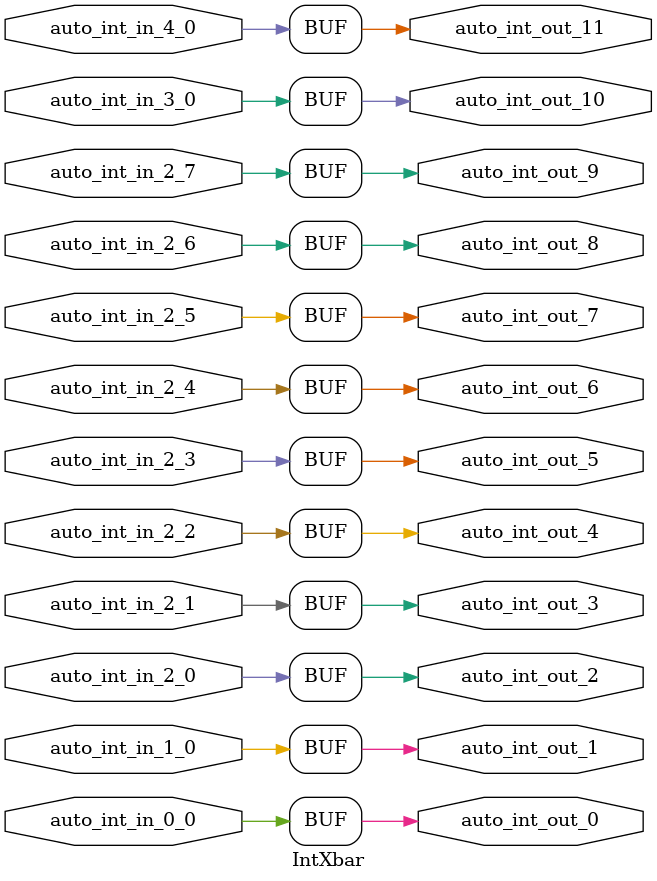
<source format=sv>
`ifndef RANDOMIZE
  `ifdef RANDOMIZE_REG_INIT
    `define RANDOMIZE
  `endif // RANDOMIZE_REG_INIT
`endif // not def RANDOMIZE
`ifndef RANDOMIZE
  `ifdef RANDOMIZE_MEM_INIT
    `define RANDOMIZE
  `endif // RANDOMIZE_MEM_INIT
`endif // not def RANDOMIZE

`ifndef RANDOM
  `define RANDOM $random
`endif // not def RANDOM

// Users can define 'PRINTF_COND' to add an extra gate to prints.
`ifndef PRINTF_COND_
  `ifdef PRINTF_COND
    `define PRINTF_COND_ (`PRINTF_COND)
  `else  // PRINTF_COND
    `define PRINTF_COND_ 1
  `endif // PRINTF_COND
`endif // not def PRINTF_COND_

// Users can define 'ASSERT_VERBOSE_COND' to add an extra gate to assert error printing.
`ifndef ASSERT_VERBOSE_COND_
  `ifdef ASSERT_VERBOSE_COND
    `define ASSERT_VERBOSE_COND_ (`ASSERT_VERBOSE_COND)
  `else  // ASSERT_VERBOSE_COND
    `define ASSERT_VERBOSE_COND_ 1
  `endif // ASSERT_VERBOSE_COND
`endif // not def ASSERT_VERBOSE_COND_

// Users can define 'STOP_COND' to add an extra gate to stop conditions.
`ifndef STOP_COND_
  `ifdef STOP_COND
    `define STOP_COND_ (`STOP_COND)
  `else  // STOP_COND
    `define STOP_COND_ 1
  `endif // STOP_COND
`endif // not def STOP_COND_

// Users can define INIT_RANDOM as general code that gets injected into the
// initializer block for modules with registers.
`ifndef INIT_RANDOM
  `define INIT_RANDOM
`endif // not def INIT_RANDOM

// If using random initialization, you can also define RANDOMIZE_DELAY to
// customize the delay used, otherwise 0.002 is used.
`ifndef RANDOMIZE_DELAY
  `define RANDOMIZE_DELAY 0.002
`endif // not def RANDOMIZE_DELAY

// Define INIT_RANDOM_PROLOG_ for use in our modules below.
`ifndef INIT_RANDOM_PROLOG_
  `ifdef RANDOMIZE
    `ifdef VERILATOR
      `define INIT_RANDOM_PROLOG_ `INIT_RANDOM
    `else  // VERILATOR
      `define INIT_RANDOM_PROLOG_ `INIT_RANDOM #`RANDOMIZE_DELAY begin end
    `endif // VERILATOR
  `else  // RANDOMIZE
    `define INIT_RANDOM_PROLOG_
  `endif // RANDOMIZE
`endif // not def INIT_RANDOM_PROLOG_

module IntXbar(
  input  auto_int_in_4_0,
         auto_int_in_3_0,
         auto_int_in_2_0,
         auto_int_in_2_1,
         auto_int_in_2_2,
         auto_int_in_2_3,
         auto_int_in_2_4,
         auto_int_in_2_5,
         auto_int_in_2_6,
         auto_int_in_2_7,
         auto_int_in_1_0,
         auto_int_in_0_0,
  output auto_int_out_0,
         auto_int_out_1,
         auto_int_out_2,
         auto_int_out_3,
         auto_int_out_4,
         auto_int_out_5,
         auto_int_out_6,
         auto_int_out_7,
         auto_int_out_8,
         auto_int_out_9,
         auto_int_out_10,
         auto_int_out_11
);

  assign auto_int_out_0 = auto_int_in_0_0;
  assign auto_int_out_1 = auto_int_in_1_0;
  assign auto_int_out_2 = auto_int_in_2_0;
  assign auto_int_out_3 = auto_int_in_2_1;
  assign auto_int_out_4 = auto_int_in_2_2;
  assign auto_int_out_5 = auto_int_in_2_3;
  assign auto_int_out_6 = auto_int_in_2_4;
  assign auto_int_out_7 = auto_int_in_2_5;
  assign auto_int_out_8 = auto_int_in_2_6;
  assign auto_int_out_9 = auto_int_in_2_7;
  assign auto_int_out_10 = auto_int_in_3_0;
  assign auto_int_out_11 = auto_int_in_4_0;
endmodule


</source>
